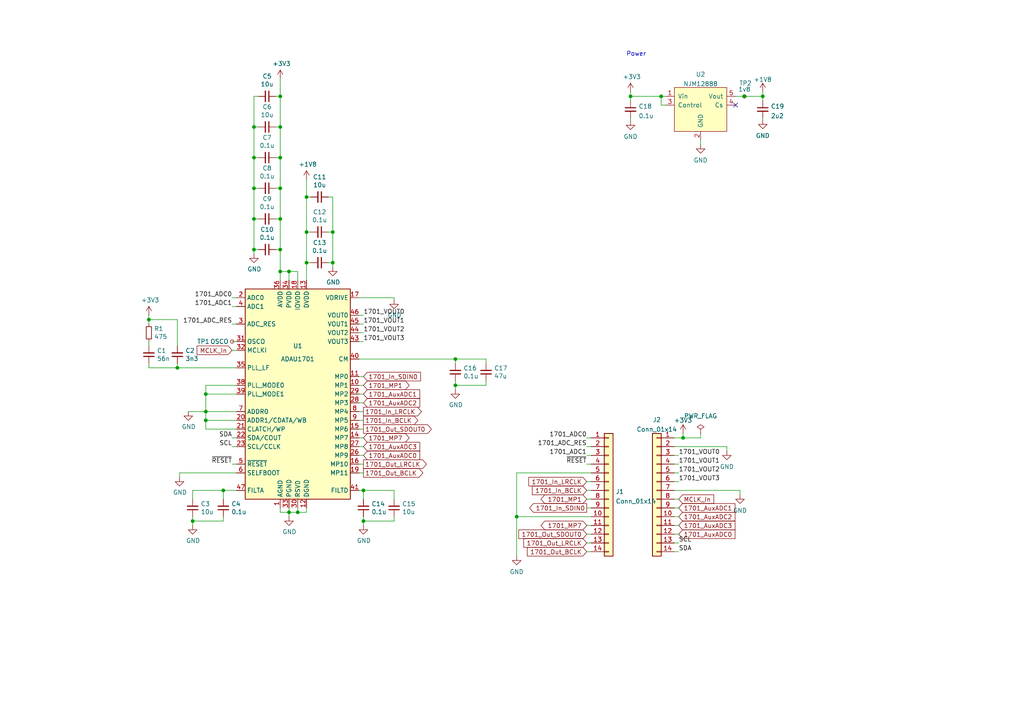
<source format=kicad_sch>
(kicad_sch (version 20230121) (generator eeschema)
  (paper "A4")
  (title_block (title "ADAU1701-RPPico-module") (date "2022-01-09") (rev "${REV}") (company "Akiyuki Okayasu"))
  (lib_symbols
    (symbol "Akiyuki_IC:NJM12888" (pin_names (offset 1.016))
      (property "Reference" "U" (at 0 7.62 0))
      (property "Value" "NJM12888" (at 0 5.08 0))
      (symbol "NJM12888_1_1"
        (rectangle (start -7.62 2.54) (end 7.62 -10.16) (fill (type background)))
        (pin power_in line (at -10.16 0 0) (length 2.54) (name "Vin") (number "1"))
        (pin power_in line (at 0 -12.7 90) (length 2.54) (name "GND") (number "2"))
        (pin input line (at -10.16 -2.54 0) (length 2.54) (name "Control") (number "3"))
        (pin bidirectional line (at 10.16 -2.54 180) (length 2.54) (name "Cs") (number "4"))
        (pin power_out line (at 10.16 0 180) (length 2.54) (name "Vout") (number "5"))
      )
    )
    (symbol "Connector:TestPoint_Small" (pin_numbers hide) (pin_names (offset 0.762) hide)
      (property "Reference" "TP" (at 0 3.81 0))
      (property "Value" "TestPoint_Small" (at 0 2.032 0))
      (symbol "TestPoint_Small_0_1"
        (circle (center 0 0) (radius 0.508))
      )
      (symbol "TestPoint_Small_1_1"
        (pin passive line (at 0 0 90) (length 0) (name "1") (number "1"))
      )
    )
    (symbol "Connector_Generic:Conn_01x14" (pin_names (offset 1.016) hide)
      (property "Reference" "J" (at 0 17.78 0))
      (property "Value" "Conn_01x14" (at 0 -20.32 0))
      (symbol "Conn_01x14_1_1"
        (rectangle (start -1.27 -17.653) (end 0 -17.907) (stroke (width 0.1524)))
        (rectangle (start -1.27 -15.113) (end 0 -15.367) (stroke (width 0.1524)))
        (rectangle (start -1.27 -12.573) (end 0 -12.827) (stroke (width 0.1524)))
        (rectangle (start -1.27 -10.033) (end 0 -10.287) (stroke (width 0.1524)))
        (rectangle (start -1.27 -7.493) (end 0 -7.747) (stroke (width 0.1524)))
        (rectangle (start -1.27 -4.953) (end 0 -5.207) (stroke (width 0.1524)))
        (rectangle (start -1.27 -2.413) (end 0 -2.667) (stroke (width 0.1524)))
        (rectangle (start -1.27 0.127) (end 0 -0.127) (stroke (width 0.1524)))
        (rectangle (start -1.27 2.667) (end 0 2.413) (stroke (width 0.1524)))
        (rectangle (start -1.27 5.207) (end 0 4.953) (stroke (width 0.1524)))
        (rectangle (start -1.27 7.747) (end 0 7.493) (stroke (width 0.1524)))
        (rectangle (start -1.27 10.287) (end 0 10.033) (stroke (width 0.1524)))
        (rectangle (start -1.27 12.827) (end 0 12.573) (stroke (width 0.1524)))
        (rectangle (start -1.27 15.367) (end 0 15.113) (stroke (width 0.1524)))
        (rectangle (start -1.27 16.51) (end 1.27 -19.05) (stroke (width 0.254)) (fill (type background)))
        (pin passive line (at -5.08 15.24 0) (length 3.81) (name "Pin_1") (number "1"))
        (pin passive line (at -5.08 -7.62 0) (length 3.81) (name "Pin_10") (number "10"))
        (pin passive line (at -5.08 -10.16 0) (length 3.81) (name "Pin_11") (number "11"))
        (pin passive line (at -5.08 -12.7 0) (length 3.81) (name "Pin_12") (number "12"))
        (pin passive line (at -5.08 -15.24 0) (length 3.81) (name "Pin_13") (number "13"))
        (pin passive line (at -5.08 -17.78 0) (length 3.81) (name "Pin_14") (number "14"))
        (pin passive line (at -5.08 12.7 0) (length 3.81) (name "Pin_2") (number "2"))
        (pin passive line (at -5.08 10.16 0) (length 3.81) (name "Pin_3") (number "3"))
        (pin passive line (at -5.08 7.62 0) (length 3.81) (name "Pin_4") (number "4"))
        (pin passive line (at -5.08 5.08 0) (length 3.81) (name "Pin_5") (number "5"))
        (pin passive line (at -5.08 2.54 0) (length 3.81) (name "Pin_6") (number "6"))
        (pin passive line (at -5.08 0 0) (length 3.81) (name "Pin_7") (number "7"))
        (pin passive line (at -5.08 -2.54 0) (length 3.81) (name "Pin_8") (number "8"))
        (pin passive line (at -5.08 -5.08 0) (length 3.81) (name "Pin_9") (number "9"))
      )
    )
    (symbol "DSP_AnalogDevices:ADAU1701"
      (property "Reference" "U" (at -12.7 31.75 0))
      (property "Value" "ADAU1701" (at 3.81 31.75 0))
      (symbol "ADAU1701_0_1"
        (rectangle (start -15.24 30.48) (end 15.24 -30.48) (stroke (width 0.254)) (fill (type background)))
      )
      (symbol "ADAU1701_1_1"
        (pin power_in line (at -5.08 -33.02 90) (length 2.54) (name "AGND") (number "1"))
        (pin bidirectional line (at 17.78 2.54 180) (length 2.54) (name "MP1") (number "10"))
        (pin bidirectional line (at 17.78 5.08 180) (length 2.54) (name "MP0") (number "11"))
        (pin power_in line (at 2.54 -33.02 90) (length 2.54) (name "DGND") (number "12"))
        (pin power_in line (at 2.54 33.02 270) (length 2.54) (name "DVDD") (number "13"))
        (pin bidirectional line (at 17.78 -12.7 180) (length 2.54) (name "MP7") (number "14"))
        (pin bidirectional line (at 17.78 -10.16 180) (length 2.54) (name "MP6") (number "15"))
        (pin bidirectional line (at 17.78 -20.32 180) (length 2.54) (name "MP10") (number "16"))
        (pin output line (at 17.78 27.94 180) (length 2.54) (name "VDRIVE") (number "17"))
        (pin power_in line (at 0 33.02 270) (length 2.54) (name "IOVDD") (number "18"))
        (pin bidirectional line (at 17.78 -22.86 180) (length 2.54) (name "MP11") (number "19"))
        (pin input line (at -17.78 27.94 0) (length 2.54) (name "ADC0") (number "2"))
        (pin input line (at -17.78 -7.62 0) (length 2.54) (name "ADDR1/CDATA/WB") (number "20"))
        (pin bidirectional line (at -17.78 -10.16 0) (length 2.54) (name "CLATCH/WP") (number "21"))
        (pin bidirectional line (at -17.78 -12.7 0) (length 2.54) (name "SDA/COUT") (number "22"))
        (pin bidirectional line (at -17.78 -15.24 0) (length 2.54) (name "SCL/CCLK") (number "23"))
        (pin passive line (at 2.54 33.02 270) (length 2.54) hide (name "DVDD") (number "24"))
        (pin passive line (at 2.54 -33.02 90) (length 2.54) hide (name "DGND") (number "25"))
        (pin bidirectional line (at 17.78 -17.78 180) (length 2.54) (name "MP9") (number "26"))
        (pin bidirectional line (at 17.78 -15.24 180) (length 2.54) (name "MP8") (number "27"))
        (pin bidirectional line (at 17.78 -2.54 180) (length 2.54) (name "MP3") (number "28"))
        (pin bidirectional line (at 17.78 0 180) (length 2.54) (name "MP2") (number "29"))
        (pin passive line (at -17.78 20.32 0) (length 2.54) (name "ADC_RES") (number "3"))
        (pin passive line (at 0 -33.02 90) (length 2.54) (name "RSVD") (number "30"))
        (pin passive line (at -17.78 15.24 0) (length 2.54) (name "OSCO") (number "31"))
        (pin passive line (at -17.78 12.7 0) (length 2.54) (name "MCLKI") (number "32"))
        (pin power_in line (at -2.54 -33.02 90) (length 2.54) (name "PGND") (number "33"))
        (pin power_in line (at -2.54 33.02 270) (length 2.54) (name "PVDD") (number "34"))
        (pin passive line (at -17.78 7.62 0) (length 2.54) (name "PLL_LF") (number "35"))
        (pin power_in line (at -5.08 33.02 270) (length 2.54) (name "AVDD") (number "36"))
        (pin passive line (at -5.08 -33.02 90) (length 2.54) hide (name "AGND") (number "37"))
        (pin input line (at -17.78 2.54 0) (length 2.54) (name "PLL_MODE0") (number "38"))
        (pin input line (at -17.78 0 0) (length 2.54) (name "PLL_MODE1") (number "39"))
        (pin input line (at -17.78 25.4 0) (length 2.54) (name "ADC1") (number "4"))
        (pin output line (at 17.78 10.16 180) (length 2.54) (name "CM") (number "40"))
        (pin output line (at 17.78 -27.94 180) (length 2.54) (name "FILTD") (number "41"))
        (pin passive line (at -5.08 -33.02 90) (length 2.54) hide (name "AGND") (number "42"))
        (pin output line (at 17.78 15.24 180) (length 2.54) (name "VOUT3") (number "43"))
        (pin output line (at 17.78 17.78 180) (length 2.54) (name "VOUT2") (number "44"))
        (pin output line (at 17.78 20.32 180) (length 2.54) (name "VOUT1") (number "45"))
        (pin output line (at 17.78 22.86 180) (length 2.54) (name "VOUT0") (number "46"))
        (pin output line (at -17.78 -27.94 0) (length 2.54) (name "FILTA") (number "47"))
        (pin passive line (at -5.08 33.02 270) (length 2.54) hide (name "AVDD") (number "48"))
        (pin input line (at -17.78 -20.32 0) (length 2.54) (name "~{RESET}") (number "5"))
        (pin input line (at -17.78 -22.86 0) (length 2.54) (name "SELFBOOT") (number "6"))
        (pin input line (at -17.78 -5.08 0) (length 2.54) (name "ADDR0") (number "7"))
        (pin bidirectional line (at 17.78 -5.08 180) (length 2.54) (name "MP4") (number "8"))
        (pin bidirectional line (at 17.78 -7.62 180) (length 2.54) (name "MP5") (number "9"))
      )
    )
    (symbol "Device:C_Small" (pin_numbers hide) (pin_names (offset 0.254) hide)
      (property "Reference" "C" (at 0.254 1.778 0))
      (property "Value" "C_Small" (at 0.254 -2.032 0))
      (symbol "C_Small_0_1"
        (polyline (pts (xy -1.524 -0.508) (xy 1.524 -0.508)) (stroke (width 0.3302)))
        (polyline (pts (xy -1.524 0.508) (xy 1.524 0.508)) (stroke (width 0.3048)))
      )
      (symbol "C_Small_1_1"
        (pin passive line (at 0 2.54 270) (length 2.032) (name "~") (number "1"))
        (pin passive line (at 0 -2.54 90) (length 2.032) (name "~") (number "2"))
      )
    )
    (symbol "Device:R_Small" (pin_numbers hide) (pin_names (offset 0.254) hide)
      (property "Reference" "R" (at 0.762 0.508 0))
      (property "Value" "R_Small" (at 0.762 -1.016 0))
      (symbol "R_Small_0_1"
        (rectangle (start -0.762 1.778) (end 0.762 -1.778) (stroke (width 0.2032)))
      )
      (symbol "R_Small_1_1"
        (pin passive line (at 0 2.54 270) (length 0.762) (name "~") (number "1"))
        (pin passive line (at 0 -2.54 90) (length 0.762) (name "~") (number "2"))
      )
    )
    (symbol "power:+1V8" (power) (pin_names (offset 0))
      (property "Value" "+1V8" (at 0 3.556 0))
      (symbol "+1V8_0_1"
        (polyline (pts (xy -0.762 1.27) (xy 0 2.54)))
        (polyline (pts (xy 0 0) (xy 0 2.54)))
        (polyline (pts (xy 0 2.54) (xy 0.762 1.27)))
      )
      (symbol "+1V8_1_1"
        (pin power_in line (at 0 0 90) (length 0) hide (name "+1V8") (number "1"))
      )
    )
    (symbol "power:+3V3" (power) (pin_names (offset 0))
      (property "Value" "+3V3" (at 0 3.556 0))
      (symbol "+3V3_0_1"
        (polyline (pts (xy -0.762 1.27) (xy 0 2.54)))
        (polyline (pts (xy 0 0) (xy 0 2.54)))
        (polyline (pts (xy 0 2.54) (xy 0.762 1.27)))
      )
      (symbol "+3V3_1_1"
        (pin power_in line (at 0 0 90) (length 0) hide (name "+3V3") (number "1"))
      )
    )
    (symbol "power:GND" (power) (pin_names (offset 0))
      (property "Value" "GND" (at 0 -3.81 0))
      (symbol "GND_0_1"
        (polyline (pts (xy 0 0) (xy 0 -1.27) (xy 1.27 -1.27) (xy 0 -2.54) (xy -1.27 -1.27) (xy 0 -1.27)))
      )
      (symbol "GND_1_1"
        (pin power_in line (at 0 0 270) (length 0) hide (name "GND") (number "1"))
      )
    )
    (symbol "power:PWR_FLAG" (power) (pin_numbers hide) (pin_names (offset 0) hide)
      (property "Value" "PWR_FLAG" (at 0 3.81 0))
      (symbol "PWR_FLAG_0_0"
        (pin power_out line (at 0 0 90) (length 0) (name "pwr") (number "1"))
      )
      (symbol "PWR_FLAG_0_1"
        (polyline (pts (xy 0 0) (xy 0 1.27) (xy -1.016 1.905) (xy 0 2.54) (xy 1.016 1.905) (xy 0 1.27)))
      )
    )
  )
  (junction (at 59.69 119.38))
  (junction (at 43.18 92.71))
  (junction (at 105.41 142.24))
  (junction (at 81.28 72.39))
  (junction (at 96.52 76.2))
  (junction (at 73.66 36.83))
  (junction (at 59.69 114.3))
  (junction (at 81.28 36.83))
  (junction (at 81.28 45.72))
  (junction (at 64.77 142.24))
  (junction (at 132.08 104.14))
  (junction (at 182.88 27.94))
  (junction (at 83.82 78.74))
  (junction (at 191.77 27.94))
  (junction (at 96.52 67.31))
  (junction (at 132.08 111.76))
  (junction (at 73.66 72.39))
  (junction (at 149.86 149.86))
  (junction (at 73.66 54.61))
  (junction (at 88.9 67.31))
  (junction (at 81.28 63.5))
  (junction (at 55.88 151.13))
  (junction (at 51.435 106.68))
  (junction (at 73.66 45.72))
  (junction (at 198.12 127))
  (junction (at 221.234 27.94))
  (junction (at 86.36 148.59))
  (junction (at 88.9 57.15))
  (junction (at 81.28 27.94))
  (junction (at 88.9 76.2))
  (junction (at 59.69 121.92))
  (junction (at 83.82 148.59))
  (junction (at 81.28 78.74))
  (junction (at 73.66 63.5))
  (junction (at 215.9 27.94))
  (junction (at 81.28 54.61))
  (junction (at 105.41 151.13))
  (no_connect (at 213.36 30.48))
  (wire (pts (xy 81.28 78.74) (xy 83.82 78.74)))
  (wire (pts (xy 67.31 134.62) (xy 68.58 134.62)))
  (wire (pts (xy 81.28 63.5) (xy 81.28 72.39)))
  (wire (pts (xy 170.18 142.24) (xy 171.45 142.24)))
  (wire (pts (xy 74.93 45.72) (xy 73.66 45.72)))
  (wire (pts (xy 195.58 152.4) (xy 196.85 152.4)))
  (wire (pts (xy 221.234 27.94) (xy 221.234 26.67)))
  (wire (pts (xy 67.31 93.98) (xy 68.58 93.98)))
  (wire (pts (xy 86.36 148.59) (xy 86.36 147.32)))
  (wire (pts (xy 170.18 132.08) (xy 171.45 132.08)))
  (wire (pts (xy 96.52 57.15) (xy 96.52 67.31)))
  (wire (pts (xy 67.31 101.6) (xy 68.58 101.6)))
  (wire (pts (xy 51.435 92.71) (xy 51.435 100.33)))
  (wire (pts (xy 59.69 111.76) (xy 68.58 111.76)))
  (wire (pts (xy 81.28 63.5) (xy 80.01 63.5)))
  (wire (pts (xy 105.41 142.24) (xy 105.41 144.78)))
  (wire (pts (xy 104.14 124.46) (xy 105.41 124.46)))
  (wire (pts (xy 105.41 109.22) (xy 104.14 109.22)))
  (wire (pts (xy 170.18 154.94) (xy 171.45 154.94)))
  (wire (pts (xy 182.88 26.67) (xy 182.88 27.94)))
  (wire (pts (xy 86.36 148.59) (xy 88.9 148.59)))
  (wire (pts (xy 95.25 57.15) (xy 96.52 57.15)))
  (wire (pts (xy 182.88 34.29) (xy 182.88 35.052)))
  (wire (pts (xy 73.66 54.61) (xy 73.66 63.5)))
  (wire (pts (xy 105.41 116.84) (xy 104.14 116.84)))
  (wire (pts (xy 55.88 142.24) (xy 55.88 144.78)))
  (wire (pts (xy 114.3 151.13) (xy 114.3 149.86)))
  (wire (pts (xy 105.41 96.52) (xy 104.14 96.52)))
  (wire (pts (xy 43.18 92.71) (xy 51.435 92.71)))
  (wire (pts (xy 105.41 93.98) (xy 104.14 93.98)))
  (wire (pts (xy 104.14 111.76) (xy 105.41 111.76)))
  (wire (pts (xy 195.58 134.62) (xy 196.85 134.62)))
  (wire (pts (xy 83.82 148.59) (xy 86.36 148.59)))
  (wire (pts (xy 105.41 151.13) (xy 114.3 151.13)))
  (wire (pts (xy 104.14 127) (xy 105.41 127)))
  (wire (pts (xy 105.41 91.44) (xy 104.14 91.44)))
  (wire (pts (xy 221.234 27.94) (xy 221.234 29.21)))
  (wire (pts (xy 51.435 106.68) (xy 68.58 106.68)))
  (wire (pts (xy 191.77 27.94) (xy 182.88 27.94)))
  (wire (pts (xy 132.08 110.49) (xy 132.08 111.76)))
  (wire (pts (xy 81.28 72.39) (xy 81.28 78.74)))
  (wire (pts (xy 96.52 67.31) (xy 96.52 76.2)))
  (wire (pts (xy 104.14 137.16) (xy 105.41 137.16)))
  (wire (pts (xy 104.14 104.14) (xy 132.08 104.14)))
  (wire (pts (xy 51.435 105.41) (xy 51.435 106.68)))
  (wire (pts (xy 149.86 137.16) (xy 171.45 137.16)))
  (wire (pts (xy 214.63 142.24) (xy 214.63 143.51)))
  (wire (pts (xy 195.58 160.02) (xy 196.85 160.02)))
  (wire (pts (xy 195.58 147.32) (xy 196.85 147.32)))
  (wire (pts (xy 191.77 27.94) (xy 191.77 30.48)))
  (wire (pts (xy 195.58 154.94) (xy 196.85 154.94)))
  (wire (pts (xy 74.93 36.83) (xy 73.66 36.83)))
  (wire (pts (xy 64.77 142.24) (xy 64.77 144.78)))
  (wire (pts (xy 86.36 78.74) (xy 86.36 81.28)))
  (wire (pts (xy 55.88 151.13) (xy 64.77 151.13)))
  (wire (pts (xy 90.17 57.15) (xy 88.9 57.15)))
  (wire (pts (xy 140.97 104.14) (xy 140.97 105.41)))
  (wire (pts (xy 43.18 91.44) (xy 43.18 92.71)))
  (wire (pts (xy 105.41 149.86) (xy 105.41 151.13)))
  (wire (pts (xy 81.28 148.59) (xy 81.28 147.32)))
  (wire (pts (xy 95.25 76.2) (xy 96.52 76.2)))
  (wire (pts (xy 213.36 27.94) (xy 215.9 27.94)))
  (wire (pts (xy 104.14 134.62) (xy 105.41 134.62)))
  (wire (pts (xy 221.234 34.29) (xy 221.234 34.798)))
  (wire (pts (xy 81.28 27.94) (xy 81.28 36.83)))
  (wire (pts (xy 203.2 127) (xy 198.12 127)))
  (wire (pts (xy 88.9 148.59) (xy 88.9 147.32)))
  (wire (pts (xy 105.41 132.08) (xy 104.14 132.08)))
  (wire (pts (xy 191.77 30.48) (xy 193.04 30.48)))
  (wire (pts (xy 132.08 111.76) (xy 132.08 113.03)))
  (wire (pts (xy 88.9 57.15) (xy 88.9 67.31)))
  (wire (pts (xy 81.28 78.74) (xy 81.28 81.28)))
  (wire (pts (xy 81.28 54.61) (xy 80.01 54.61)))
  (wire (pts (xy 182.88 27.94) (xy 182.88 29.21)))
  (wire (pts (xy 59.69 119.38) (xy 59.69 121.92)))
  (wire (pts (xy 170.18 152.4) (xy 171.45 152.4)))
  (wire (pts (xy 83.82 78.74) (xy 83.82 81.28)))
  (wire (pts (xy 105.41 129.54) (xy 104.14 129.54)))
  (wire (pts (xy 67.31 129.54) (xy 68.58 129.54)))
  (wire (pts (xy 170.18 139.7) (xy 171.45 139.7)))
  (wire (pts (xy 114.3 86.36) (xy 104.14 86.36)))
  (wire (pts (xy 59.69 124.46) (xy 59.69 121.92)))
  (wire (pts (xy 73.66 73.66) (xy 73.66 72.39)))
  (wire (pts (xy 81.28 27.94) (xy 80.01 27.94)))
  (wire (pts (xy 132.08 104.14) (xy 140.97 104.14)))
  (wire (pts (xy 195.58 157.48) (xy 196.85 157.48)))
  (wire (pts (xy 64.77 151.13) (xy 64.77 149.86)))
  (wire (pts (xy 59.69 114.3) (xy 59.69 119.38)))
  (wire (pts (xy 43.18 92.71) (xy 43.18 93.98)))
  (wire (pts (xy 193.04 27.94) (xy 191.77 27.94)))
  (wire (pts (xy 195.58 137.16) (xy 196.85 137.16)))
  (wire (pts (xy 73.66 27.94) (xy 73.66 36.83)))
  (wire (pts (xy 105.41 99.06) (xy 104.14 99.06)))
  (wire (pts (xy 59.69 111.76) (xy 59.69 114.3)))
  (wire (pts (xy 81.28 45.72) (xy 80.01 45.72)))
  (wire (pts (xy 88.9 67.31) (xy 88.9 76.2)))
  (wire (pts (xy 198.12 127) (xy 195.58 127)))
  (wire (pts (xy 68.58 124.46) (xy 59.69 124.46)))
  (wire (pts (xy 55.88 149.86) (xy 55.88 151.13)))
  (wire (pts (xy 59.69 119.38) (xy 54.61 119.38)))
  (wire (pts (xy 67.31 86.36) (xy 68.58 86.36)))
  (wire (pts (xy 114.3 142.24) (xy 114.3 144.78)))
  (wire (pts (xy 132.08 104.14) (xy 132.08 105.41)))
  (wire (pts (xy 83.82 148.59) (xy 83.82 149.86)))
  (wire (pts (xy 170.18 160.02) (xy 171.45 160.02)))
  (wire (pts (xy 64.77 142.24) (xy 55.88 142.24)))
  (wire (pts (xy 195.58 142.24) (xy 214.63 142.24)))
  (wire (pts (xy 74.93 63.5) (xy 73.66 63.5)))
  (wire (pts (xy 105.41 151.13) (xy 105.41 152.4)))
  (wire (pts (xy 203.2 125.73) (xy 203.2 127)))
  (wire (pts (xy 170.18 134.62) (xy 171.45 134.62)))
  (wire (pts (xy 170.18 144.78) (xy 171.45 144.78)))
  (wire (pts (xy 105.41 121.92) (xy 104.14 121.92)))
  (wire (pts (xy 74.93 54.61) (xy 73.66 54.61)))
  (wire (pts (xy 73.66 45.72) (xy 73.66 54.61)))
  (wire (pts (xy 81.28 22.86) (xy 81.28 27.94)))
  (wire (pts (xy 90.17 67.31) (xy 88.9 67.31)))
  (wire (pts (xy 149.86 149.86) (xy 149.86 161.29)))
  (wire (pts (xy 215.9 27.94) (xy 221.234 27.94)))
  (wire (pts (xy 210.82 129.54) (xy 210.82 130.81)))
  (wire (pts (xy 198.12 125.73) (xy 198.12 127)))
  (wire (pts (xy 114.3 86.995) (xy 114.3 86.36)))
  (wire (pts (xy 170.18 129.54) (xy 171.45 129.54)))
  (wire (pts (xy 90.17 76.2) (xy 88.9 76.2)))
  (wire (pts (xy 170.18 127) (xy 171.45 127)))
  (wire (pts (xy 52.07 137.16) (xy 68.58 137.16)))
  (wire (pts (xy 81.28 72.39) (xy 80.01 72.39)))
  (wire (pts (xy 43.18 105.41) (xy 43.18 106.68)))
  (wire (pts (xy 68.58 142.24) (xy 64.77 142.24)))
  (wire (pts (xy 96.52 76.2) (xy 96.52 77.47)))
  (wire (pts (xy 51.435 106.68) (xy 43.18 106.68)))
  (wire (pts (xy 59.69 121.92) (xy 68.58 121.92)))
  (wire (pts (xy 81.28 45.72) (xy 81.28 54.61)))
  (wire (pts (xy 105.41 119.38) (xy 104.14 119.38)))
  (wire (pts (xy 195.58 149.86) (xy 196.85 149.86)))
  (wire (pts (xy 104.14 142.24) (xy 105.41 142.24)))
  (wire (pts (xy 140.97 111.76) (xy 140.97 110.49)))
  (wire (pts (xy 81.28 36.83) (xy 81.28 45.72)))
  (wire (pts (xy 59.69 119.38) (xy 68.58 119.38)))
  (wire (pts (xy 170.18 147.32) (xy 171.45 147.32)))
  (wire (pts (xy 88.9 76.2) (xy 88.9 81.28)))
  (wire (pts (xy 132.08 111.76) (xy 140.97 111.76)))
  (wire (pts (xy 73.66 63.5) (xy 73.66 72.39)))
  (wire (pts (xy 83.82 147.32) (xy 83.82 148.59)))
  (wire (pts (xy 195.58 139.7) (xy 196.85 139.7)))
  (wire (pts (xy 55.88 151.13) (xy 55.88 152.4)))
  (wire (pts (xy 95.25 67.31) (xy 96.52 67.31)))
  (wire (pts (xy 74.93 27.94) (xy 73.66 27.94)))
  (wire (pts (xy 105.41 142.24) (xy 114.3 142.24)))
  (wire (pts (xy 88.9 52.07) (xy 88.9 57.15)))
  (wire (pts (xy 195.58 144.78) (xy 196.85 144.78)))
  (wire (pts (xy 52.07 137.16) (xy 52.07 138.43)))
  (wire (pts (xy 170.18 157.48) (xy 171.45 157.48)))
  (wire (pts (xy 81.28 54.61) (xy 81.28 63.5)))
  (wire (pts (xy 67.31 127) (xy 68.58 127)))
  (wire (pts (xy 195.58 132.08) (xy 196.85 132.08)))
  (wire (pts (xy 105.41 114.3) (xy 104.14 114.3)))
  (wire (pts (xy 73.66 72.39) (xy 74.93 72.39)))
  (wire (pts (xy 83.82 78.74) (xy 86.36 78.74)))
  (wire (pts (xy 67.31 99.06) (xy 68.58 99.06)))
  (wire (pts (xy 73.66 36.83) (xy 73.66 45.72)))
  (wire (pts (xy 195.58 129.54) (xy 210.82 129.54)))
  (wire (pts (xy 203.2 40.64) (xy 203.2 41.91)))
  (wire (pts (xy 67.31 88.9) (xy 68.58 88.9)))
  (wire (pts (xy 149.86 149.86) (xy 171.45 149.86)))
  (wire (pts (xy 43.18 100.33) (xy 43.18 99.06)))
  (wire (pts (xy 149.86 137.16) (xy 149.86 149.86)))
  (wire (pts (xy 83.82 148.59) (xy 81.28 148.59)))
  (wire (pts (xy 59.69 114.3) (xy 68.58 114.3)))
  (wire (pts (xy 81.28 36.83) (xy 80.01 36.83)))
  (text "Power" (at 181.61 16.51 0) (effects (font (size 1.27 1.27)) (justify left bottom)))
  (label "1701_VOUT2" (at 105.41 96.52 0))
  (label "SDA" (at 196.85 160.02 0))
  (label "1701_ADC_RES" (at 170.18 129.54 180))
  (label "~{RESET}" (at 170.18 134.62 180))
  (label "~{RESET}" (at 67.31 134.62 180))
  (label "1701_VOUT1" (at 105.41 93.98 0))
  (label "1701_VOUT2" (at 196.85 137.16 0))
  (label "1701_ADC_RES" (at 67.31 93.98 180))
  (label "SCL" (at 67.31 129.54 180))
  (label "1701_VOUT1" (at 196.85 134.62 0))
  (label "SCL" (at 196.85 157.48 0))
  (label "1701_ADC1" (at 170.18 132.08 180))
  (label "1701_VOUT3" (at 105.41 99.06 0))
  (label "1701_ADC1" (at 67.31 88.9 180))
  (label "1701_VOUT3" (at 196.85 139.7 0))
  (label "SDA" (at 67.31 127 180))
  (label "1701_ADC0" (at 170.18 127 180))
  (label "1701_ADC0" (at 67.31 86.36 180))
  (label "1701_VOUT0" (at 196.85 132.08 0))
  (label "1701_VOUT0" (at 105.41 91.44 0))
  (global_label "1701_Out_LRCLK" (shape input) (at 170.18 157.48 180) (property "Intersheetrefs" "${INTERSHEET_REFS}" (effects hide)) (property "シート間のリファレンス" "${INTERSHEET_REFS}" (effects hide)))
  (global_label "1701_In_BCLK" (shape output) (at 105.41 121.92 0) (property "Intersheetrefs" "${INTERSHEET_REFS}" (effects hide)) (property "シート間のリファレンス" "${INTERSHEET_REFS}" (effects hide)))
  (global_label "1701_In_LRCLK" (shape input) (at 170.18 139.7 180) (property "Intersheetrefs" "${INTERSHEET_REFS}" (effects hide)) (property "シート間のリファレンス" "${INTERSHEET_REFS}" (effects hide)))
  (global_label "1701_AuxADC2" (shape input) (at 196.85 149.86 0) (property "Intersheetrefs" "${INTERSHEET_REFS}" (effects hide)) (property "シート間のリファレンス" "${INTERSHEET_REFS}" (effects hide)))
  (global_label "1701_Out_BCLK" (shape input) (at 170.18 160.02 180) (property "Intersheetrefs" "${INTERSHEET_REFS}" (effects hide)) (property "シート間のリファレンス" "${INTERSHEET_REFS}" (effects hide)))
  (global_label "1701_In_LRCLK" (shape output) (at 105.41 119.38 0) (property "Intersheetrefs" "${INTERSHEET_REFS}" (effects hide)) (property "シート間のリファレンス" "${INTERSHEET_REFS}" (effects hide)))
  (global_label "1701_Out_LRCLK" (shape output) (at 105.41 134.62 0) (property "Intersheetrefs" "${INTERSHEET_REFS}" (effects hide)) (property "シート間のリファレンス" "${INTERSHEET_REFS}" (effects hide)))
  (global_label "1701_AuxADC3" (shape input) (at 196.85 152.4 0) (property "Intersheetrefs" "${INTERSHEET_REFS}" (effects hide)) (property "シート間のリファレンス" "${INTERSHEET_REFS}" (effects hide)))
  (global_label "1701_Out_SDOUT0" (shape output) (at 105.41 124.46 0) (property "Intersheetrefs" "${INTERSHEET_REFS}" (effects hide)) (property "シート間のリファレンス" "${INTERSHEET_REFS}" (effects hide)))
  (global_label "1701_Out_SDOUT0" (shape input) (at 170.18 154.94 180) (property "Intersheetrefs" "${INTERSHEET_REFS}" (effects hide)) (property "シート間のリファレンス" "${INTERSHEET_REFS}" (effects hide)))
  (global_label "1701_AuxADC1" (shape input) (at 196.85 147.32 0) (property "Intersheetrefs" "${INTERSHEET_REFS}" (effects hide)) (property "シート間のリファレンス" "${INTERSHEET_REFS}" (effects hide)))
  (global_label "1701_MP1" (shape bidirectional) (at 170.18 144.78 180) (property "Intersheetrefs" "${INTERSHEET_REFS}" (effects hide)) (property "シート間のリファレンス" "${INTERSHEET_REFS}" (effects hide)))
  (global_label "1701_AuxADC1" (shape input) (at 105.41 114.3 0) (property "Intersheetrefs" "${INTERSHEET_REFS}" (effects hide)) (property "シート間のリファレンス" "${INTERSHEET_REFS}" (effects hide)))
  (global_label "MCLK_In" (shape input) (at 196.85 144.78 0) (property "Intersheetrefs" "${INTERSHEET_REFS}" (effects hide)) (property "シート間のリファレンス" "${INTERSHEET_REFS}" (effects hide)))
  (global_label "1701_In_SDIN0" (shape input) (at 105.41 109.22 0) (property "Intersheetrefs" "${INTERSHEET_REFS}" (effects hide)) (property "シート間のリファレンス" "${INTERSHEET_REFS}" (effects hide)))
  (global_label "1701_AuxADC0" (shape input) (at 196.85 154.94 0) (property "Intersheetrefs" "${INTERSHEET_REFS}" (effects hide)) (property "シート間のリファレンス" "${INTERSHEET_REFS}" (effects hide)))
  (global_label "1701_MP7" (shape bidirectional) (at 170.18 152.4 180) (property "Intersheetrefs" "${INTERSHEET_REFS}" (effects hide)) (property "シート間のリファレンス" "${INTERSHEET_REFS}" (effects hide)))
  (global_label "1701_AuxADC3" (shape input) (at 105.41 129.54 0) (property "Intersheetrefs" "${INTERSHEET_REFS}" (effects hide)) (property "シート間のリファレンス" "${INTERSHEET_REFS}" (effects hide)))
  (global_label "1701_AuxADC0" (shape input) (at 105.41 132.08 0) (property "Intersheetrefs" "${INTERSHEET_REFS}" (effects hide)) (property "シート間のリファレンス" "${INTERSHEET_REFS}" (effects hide)))
  (global_label "1701_MP1" (shape bidirectional) (at 105.41 111.76 0) (property "Intersheetrefs" "${INTERSHEET_REFS}" (effects hide)) (property "シート間のリファレンス" "${INTERSHEET_REFS}" (effects hide)))
  (global_label "1701_In_SDIN0" (shape output) (at 170.18 147.32 180) (property "Intersheetrefs" "${INTERSHEET_REFS}" (effects hide)) (property "シート間のリファレンス" "${INTERSHEET_REFS}" (effects hide)))
  (global_label "1701_In_BCLK" (shape input) (at 170.18 142.24 180) (property "Intersheetrefs" "${INTERSHEET_REFS}" (effects hide)) (property "シート間のリファレンス" "${INTERSHEET_REFS}" (effects hide)))
  (global_label "1701_AuxADC2" (shape input) (at 105.41 116.84 0) (property "Intersheetrefs" "${INTERSHEET_REFS}" (effects hide)) (property "シート間のリファレンス" "${INTERSHEET_REFS}" (effects hide)))
  (global_label "1701_Out_BCLK" (shape output) (at 105.41 137.16 0) (property "Intersheetrefs" "${INTERSHEET_REFS}" (effects hide)) (property "シート間のリファレンス" "${INTERSHEET_REFS}" (effects hide)))
  (global_label "1701_MP7" (shape bidirectional) (at 105.41 127 0) (property "Intersheetrefs" "${INTERSHEET_REFS}" (effects hide)) (property "シート間のリファレンス" "${INTERSHEET_REFS}" (effects hide)))
  (global_label "MCLK_In" (shape input) (at 67.31 101.6 180) (property "Intersheetrefs" "${INTERSHEET_REFS}" (effects hide)) (property "シート間のリファレンス" "${INTERSHEET_REFS}" (effects hide)))
  (symbol (lib_id "DSP_AnalogDevices:ADAU1701") (at 86.36 114.3 0) (unit 1)
    (property "Reference" "U1" (at 86.36 100.33 0))
    (property "Value" "ADAU1701" (at 86.36 104.14 0))
    (property "Footprint" "Package_QFP:LQFP-48_7x7mm_P0.5mm" (effects hide))
    (property "Datasheet" "https://www.analog.com/media/en/technical-documentation/data-sheets/ADAU1701.pdf" (effects hide))
  )
  (symbol (lib_id "power:GND") (at 114.3 86.995 0) (unit 1)
    (property "Reference" "#PWR012" (effects hide))
    (property "Value" "GND" (at 114.427 91.3892 0))
  )
  (symbol (lib_id "power:+1V8") (at 88.9 52.07 0) (unit 1)
    (property "Reference" "#PWR09" (effects hide))
    (property "Value" "+1V8" (at 89.281 47.6758 0))
  )
  (symbol (lib_id "power:+3V3") (at 81.28 22.86 0) (unit 1)
    (property "Reference" "#PWR07" (effects hide))
    (property "Value" "+3V3" (at 81.661 18.4658 0))
  )
  (symbol (lib_id "Device:C_Small") (at 92.71 67.31 270) (unit 1)
    (property "Reference" "C12" (at 92.71 61.4934 90))
    (property "Value" "0.1u" (at 92.71 63.8048 90))
    (property "Footprint" "Capacitor_SMD:C_0402_1005Metric_Pad0.74x0.62mm_HandSolder" (effects hide))
  )
  (symbol (lib_id "Device:C_Small") (at 92.71 76.2 270) (unit 1)
    (property "Reference" "C13" (at 92.71 70.3834 90))
    (property "Value" "0.1u" (at 92.71 72.6948 90))
    (property "Footprint" "Capacitor_SMD:C_0402_1005Metric_Pad0.74x0.62mm_HandSolder" (effects hide))
  )
  (symbol (lib_id "power:GND") (at 96.52 77.47 0) (unit 1)
    (property "Reference" "#PWR010" (effects hide))
    (property "Value" "GND" (at 96.647 81.8642 0))
  )
  (symbol (lib_id "Device:C_Small") (at 92.71 57.15 270) (unit 1)
    (property "Reference" "C11" (at 92.71 51.3334 90))
    (property "Value" "10u" (at 92.71 53.6448 90))
    (property "Footprint" "Capacitor_SMD:C_0603_1608Metric_Pad1.08x0.95mm_HandSolder" (effects hide))
  )
  (symbol (lib_id "Device:C_Small") (at 77.47 27.94 270) (unit 1)
    (property "Reference" "C5" (at 77.47 22.1234 90))
    (property "Value" "10u" (at 77.47 24.4348 90))
    (property "Footprint" "Capacitor_SMD:C_0603_1608Metric_Pad1.08x0.95mm_HandSolder" (effects hide))
  )
  (symbol (lib_id "Device:C_Small") (at 77.47 36.83 270) (unit 1)
    (property "Reference" "C6" (at 77.47 31.0134 90))
    (property "Value" "10u" (at 77.47 33.3248 90))
    (property "Footprint" "Capacitor_SMD:C_0603_1608Metric_Pad1.08x0.95mm_HandSolder" (effects hide))
  )
  (symbol (lib_id "Device:C_Small") (at 77.47 45.72 270) (unit 1)
    (property "Reference" "C7" (at 77.47 39.9034 90))
    (property "Value" "0.1u" (at 77.47 42.2148 90))
    (property "Footprint" "Capacitor_SMD:C_0402_1005Metric_Pad0.74x0.62mm_HandSolder" (effects hide))
  )
  (symbol (lib_id "Device:C_Small") (at 77.47 54.61 270) (unit 1)
    (property "Reference" "C8" (at 77.47 48.7934 90))
    (property "Value" "0.1u" (at 77.47 51.1048 90))
    (property "Footprint" "Capacitor_SMD:C_0402_1005Metric_Pad0.74x0.62mm_HandSolder" (effects hide))
  )
  (symbol (lib_id "Device:C_Small") (at 77.47 63.5 270) (unit 1)
    (property "Reference" "C9" (at 77.47 57.6834 90))
    (property "Value" "0.1u" (at 77.47 59.9948 90))
    (property "Footprint" "Capacitor_SMD:C_0402_1005Metric_Pad0.74x0.62mm_HandSolder" (effects hide))
  )
  (symbol (lib_id "Device:C_Small") (at 77.47 72.39 270) (unit 1)
    (property "Reference" "C10" (at 77.47 66.5734 90))
    (property "Value" "0.1u" (at 77.47 68.8848 90))
    (property "Footprint" "Capacitor_SMD:C_0402_1005Metric_Pad0.74x0.62mm_HandSolder" (effects hide))
  )
  (symbol (lib_id "power:GND") (at 73.66 73.66 0) (unit 1)
    (property "Reference" "#PWR06" (effects hide))
    (property "Value" "GND" (at 73.787 78.0542 0))
  )
  (symbol (lib_id "Device:C_Small") (at 64.77 147.32 180) (unit 1)
    (property "Reference" "C4" (at 67.1068 146.1516 0) (effects (justify right)))
    (property "Value" "0.1u" (at 67.1068 148.463 0) (effects (justify right)))
    (property "Footprint" "Capacitor_SMD:C_0402_1005Metric_Pad0.74x0.62mm_HandSolder" (effects hide))
  )
  (symbol (lib_id "Device:C_Small") (at 55.88 147.32 180) (unit 1)
    (property "Reference" "C3" (at 58.2168 146.1516 0) (effects (justify right)))
    (property "Value" "10u" (at 58.2168 148.463 0) (effects (justify right)))
    (property "Footprint" "Capacitor_SMD:C_0603_1608Metric_Pad1.08x0.95mm_HandSolder" (effects hide))
  )
  (symbol (lib_id "power:GND") (at 55.88 152.4 0) (unit 1)
    (property "Reference" "#PWR05" (effects hide))
    (property "Value" "GND" (at 56.007 156.7942 0))
  )
  (symbol (lib_id "power:GND") (at 83.82 149.86 0) (unit 1)
    (property "Reference" "#PWR08" (effects hide))
    (property "Value" "GND" (at 83.947 154.2542 0))
  )
  (symbol (lib_id "Device:C_Small") (at 105.41 147.32 180) (unit 1)
    (property "Reference" "C14" (at 107.7468 146.1516 0) (effects (justify right)))
    (property "Value" "0.1u" (at 107.7468 148.463 0) (effects (justify right)))
    (property "Footprint" "Capacitor_SMD:C_0402_1005Metric_Pad0.74x0.62mm_HandSolder" (effects hide))
  )
  (symbol (lib_id "Device:C_Small") (at 114.3 147.32 180) (unit 1)
    (property "Reference" "C15" (at 116.6368 146.1516 0) (effects (justify right)))
    (property "Value" "10u" (at 116.6368 148.463 0) (effects (justify right)))
    (property "Footprint" "Capacitor_SMD:C_0603_1608Metric_Pad1.08x0.95mm_HandSolder" (effects hide))
  )
  (symbol (lib_id "power:GND") (at 105.41 152.4 0) (unit 1)
    (property "Reference" "#PWR011" (effects hide))
    (property "Value" "GND" (at 105.537 156.7942 0))
  )
  (symbol (lib_id "power:GND") (at 52.07 138.43 0) (unit 1)
    (property "Reference" "#PWR02" (effects hide))
    (property "Value" "GND" (at 52.197 142.8242 0))
  )
  (symbol (lib_id "power:GND") (at 54.61 119.38 0) (unit 1)
    (property "Reference" "#PWR04" (effects hide))
    (property "Value" "GND" (at 54.737 123.7742 0))
  )
  (symbol (lib_id "Device:C_Small") (at 51.435 102.87 180) (unit 1)
    (property "Reference" "C2" (at 53.7718 101.7016 0) (effects (justify right)))
    (property "Value" "3n3" (at 53.7718 104.013 0) (effects (justify right)))
    (property "Footprint" "Capacitor_SMD:C_0402_1005Metric_Pad0.74x0.62mm_HandSolder" (effects hide))
  )
  (symbol (lib_id "Device:C_Small") (at 43.18 102.87 180) (unit 1)
    (property "Reference" "C1" (at 45.5168 101.7016 0) (effects (justify right)))
    (property "Value" "56n" (at 45.5168 104.013 0) (effects (justify right)))
    (property "Footprint" "Capacitor_SMD:C_0402_1005Metric_Pad0.74x0.62mm_HandSolder" (effects hide))
  )
  (symbol (lib_id "Device:R_Small") (at 43.18 96.52 0) (unit 1)
    (property "Reference" "R1" (at 44.6786 95.3516 0) (effects (justify left)))
    (property "Value" "475" (at 44.6786 97.663 0) (effects (justify left)))
    (property "Footprint" "Resistor_SMD:R_0402_1005Metric_Pad0.72x0.64mm_HandSolder" (effects hide))
  )
  (symbol (lib_id "power:+3V3") (at 43.18 91.44 0) (unit 1)
    (property "Reference" "#PWR01" (effects hide))
    (property "Value" "+3V3" (at 43.561 87.0458 0))
  )
  (symbol (lib_id "Device:C_Small") (at 140.97 107.95 180) (unit 1)
    (property "Reference" "C17" (at 143.3068 106.7816 0) (effects (justify right)))
    (property "Value" "47u" (at 143.3068 109.093 0) (effects (justify right)))
    (property "Footprint" "Capacitor_SMD:C_0805_2012Metric_Pad1.18x1.45mm_HandSolder" (effects hide))
  )
  (symbol (lib_id "Device:C_Small") (at 132.08 107.95 180) (unit 1)
    (property "Reference" "C16" (at 134.4168 106.7816 0) (effects (justify right)))
    (property "Value" "0.1u" (at 134.4168 109.093 0) (effects (justify right)))
    (property "Footprint" "Capacitor_SMD:C_0402_1005Metric_Pad0.74x0.62mm_HandSolder" (effects hide))
  )
  (symbol (lib_id "power:GND") (at 132.08 113.03 0) (unit 1)
    (property "Reference" "#PWR013" (effects hide))
    (property "Value" "GND" (at 132.207 117.4242 0))
  )
  (symbol (lib_id "Device:C_Small") (at 182.88 31.75 0) (unit 1)
    (property "Reference" "C18" (at 185.2041 30.8478 0) (effects (justify left)))
    (property "Value" "0.1u" (at 185.2041 33.6229 0) (effects (justify left)))
    (property "Footprint" "Capacitor_SMD:C_0402_1005Metric_Pad0.74x0.62mm_HandSolder" (effects hide))
  )
  (symbol (lib_id "Akiyuki_IC:NJM12888") (at 203.2 27.94 0) (unit 1)
    (property "Reference" "U2" (at 203.2 21.5605 0))
    (property "Value" "NJM12888" (at 203.2 24.3356 0))
    (property "Footprint" "Package_TO_SOT_SMD:SOT-23-5_HandSoldering" (effects hide))
  )
  (symbol (lib_id "Connector_Generic:Conn_01x14") (at 176.53 142.24 0) (unit 1)
    (property "Reference" "J1" (at 178.562 142.6015 0) (effects (justify left)))
    (property "Value" "Conn_01x14" (at 178.562 145.3766 0) (effects (justify left)))
    (property "Footprint" "Connector_PinHeader_2.54mm:PinHeader_1x14_P2.54mm_Vertical" (effects hide))
  )
  (symbol (lib_id "power:GND") (at 182.88 35.052 0) (unit 1)
    (property "Reference" "#PWR016" (effects hide))
    (property "Value" "GND" (at 182.88 39.6145 0))
  )
  (symbol (lib_id "power:+3V3") (at 198.12 125.73 0) (unit 1)
    (property "Reference" "#PWR017" (effects hide))
    (property "Value" "+3V3" (at 198.12 121.92 0))
  )
  (symbol (lib_id "Device:C_Small") (at 221.234 31.75 0) (unit 1)
    (property "Reference" "C19" (at 223.5581 30.8478 0) (effects (justify left)))
    (property "Value" "2u2" (at 223.5581 33.6229 0) (effects (justify left)))
    (property "Footprint" "Capacitor_SMD:C_0603_1608Metric_Pad1.08x0.95mm_HandSolder" (effects hide))
  )
  (symbol (lib_id "Connector:TestPoint_Small") (at 67.31 99.06 0) (unit 1)
    (property "Reference" "TP1" (at 57.15 99.06 0) (effects (justify left)))
    (property "Value" "OSCO" (at 60.96 99.06 0) (effects (justify left)))
    (property "Footprint" "Akiyuki_Footprint:TestPin_0.6SMD" (effects hide))
  )
  (symbol (lib_id "power:GND") (at 149.86 161.29 0) (unit 1)
    (property "Reference" "#PWR014" (effects hide))
    (property "Value" "GND" (at 149.86 165.8525 0))
  )
  (symbol (lib_id "Connector:TestPoint_Small") (at 215.9 27.94 0) (unit 1)
    (property "Reference" "TP2" (at 214.376 24.13 0) (effects (justify left)))
    (property "Value" "1v8" (at 214.122 25.908 0) (effects (justify left)))
    (property "Footprint" "Akiyuki_Footprint:TestPin_0.6SMD" (effects hide))
  )
  (symbol (lib_id "Connector_Generic:Conn_01x14") (at 190.5 142.24 0) (mirror y) (unit 1)
    (property "Reference" "J2" (at 190.5 121.7635 0))
    (property "Value" "Conn_01x14" (at 190.5 124.5386 0))
    (property "Footprint" "Connector_PinHeader_2.54mm:PinHeader_1x14_P2.54mm_Vertical" (effects hide))
  )
  (symbol (lib_id "power:GND") (at 203.2 41.91 0) (unit 1)
    (property "Reference" "#PWR018" (effects hide))
    (property "Value" "GND" (at 203.2 46.4725 0))
  )
  (symbol (lib_id "power:+1V8") (at 221.234 26.67 0) (unit 1)
    (property "Reference" "#PWR021" (effects hide))
    (property "Value" "+1V8" (at 221.234 23.0655 0))
  )
  (symbol (lib_id "power:+3V3") (at 182.88 26.67 0) (unit 1)
    (property "Reference" "#PWR015" (effects hide))
    (property "Value" "+3V3" (at 183.261 22.2758 0))
  )
  (symbol (lib_id "power:GND") (at 221.234 34.798 0) (unit 1)
    (property "Reference" "#PWR022" (effects hide))
    (property "Value" "GND" (at 221.234 39.3605 0))
  )
  (symbol (lib_id "power:GND") (at 214.63 143.51 0) (mirror y) (unit 1)
    (property "Reference" "#PWR020" (effects hide))
    (property "Value" "GND" (at 214.63 148.0725 0))
  )
  (symbol (lib_id "power:GND") (at 210.82 130.81 0) (mirror y) (unit 1)
    (property "Reference" "#PWR019" (effects hide))
    (property "Value" "GND" (at 210.82 135.3725 0))
  )
  (symbol (lib_id "power:PWR_FLAG") (at 203.2 125.73 0) (unit 1)
    (property "Reference" "#FLG01" (effects hide))
    (property "Value" "PWR_FLAG" (at 203.2 120.65 0))
  )
)
</source>
